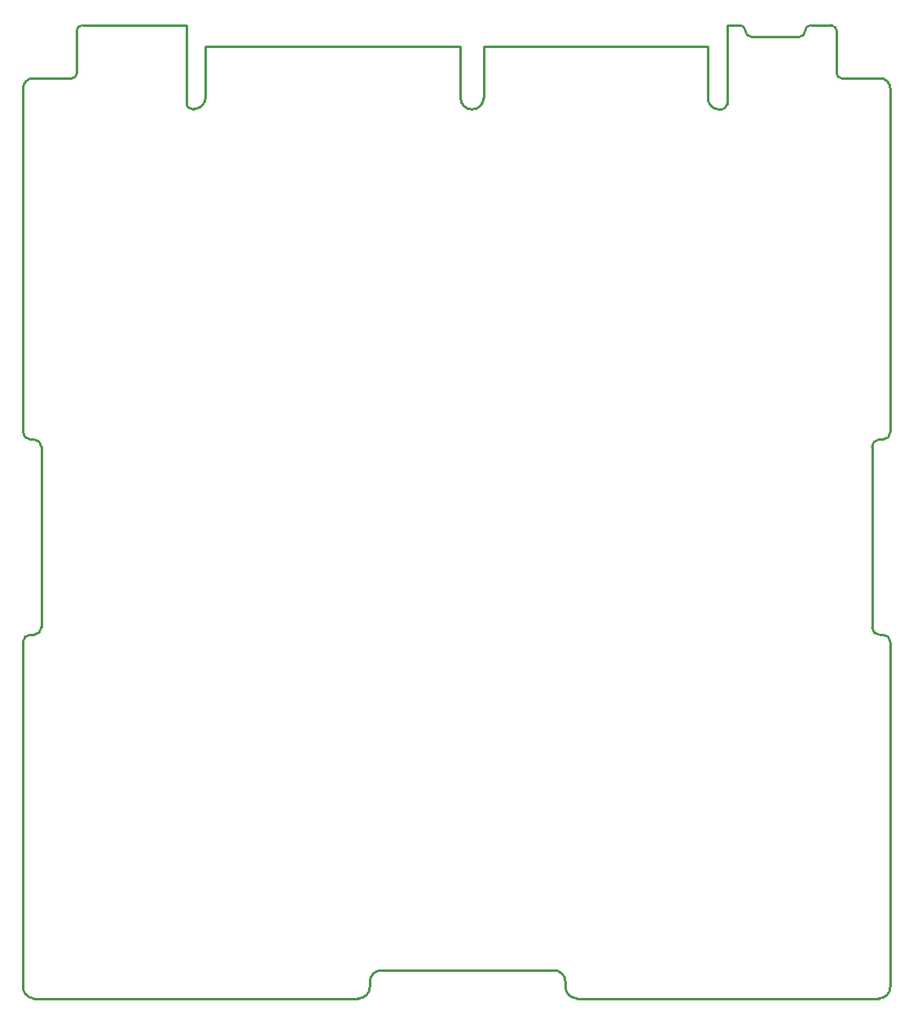
<source format=gm1>
G04 #@! TF.GenerationSoftware,KiCad,Pcbnew,(6.0.5)*
G04 #@! TF.CreationDate,2022-06-17T13:42:06-04:00*
G04 #@! TF.ProjectId,FP Interface Card,46502049-6e74-4657-9266-616365204361,rev?*
G04 #@! TF.SameCoordinates,Original*
G04 #@! TF.FileFunction,Profile,NP*
%FSLAX46Y46*%
G04 Gerber Fmt 4.6, Leading zero omitted, Abs format (unit mm)*
G04 Created by KiCad (PCBNEW (6.0.5)) date 2022-06-17 13:42:06*
%MOMM*%
%LPD*%
G01*
G04 APERTURE LIST*
G04 #@! TA.AperFunction,Profile*
%ADD10C,0.254000*%
G04 #@! TD*
G04 APERTURE END LIST*
D10*
X40150002Y-106498198D02*
G75*
G03*
X40912002Y-107260198I761998J-2D01*
G01*
X113333777Y-66287181D02*
X113333777Y-64205481D01*
X42055002Y-126792798D02*
X42055002Y-108022198D01*
X75024202Y-165350002D02*
G75*
G03*
X76218002Y-164156198I-2J1193802D01*
G01*
X51653814Y-64224163D02*
X56353749Y-64224163D01*
X40912002Y-107260198D02*
X41293002Y-107260198D01*
X129177002Y-107260198D02*
X129558002Y-107260198D01*
X129126202Y-165350002D02*
G75*
G03*
X130320002Y-164156198I-2J1193802D01*
G01*
X41250447Y-69707497D02*
X45250447Y-69707497D01*
X57133767Y-72337133D02*
G75*
G03*
X57708839Y-72912133I574933J-67D01*
G01*
X88033820Y-66387153D02*
X111333822Y-66387153D01*
X122058370Y-64205478D02*
X122765100Y-64205478D01*
X45250447Y-69707503D02*
G75*
G03*
X45733603Y-69224341I-47J483203D01*
G01*
X129558002Y-107260202D02*
G75*
G03*
X130320002Y-106498198I-2J762002D01*
G01*
X112533820Y-72962161D02*
X112758813Y-72962161D01*
X111333839Y-71762171D02*
G75*
G03*
X112533819Y-72962161I1199961J-29D01*
G01*
X129177002Y-107260202D02*
G75*
G03*
X128415002Y-108022198I-2J-761998D01*
G01*
X125217127Y-69707497D02*
X129217124Y-69707497D01*
X76218002Y-164156198D02*
X76218002Y-163622798D01*
X40150002Y-106498198D02*
X40150002Y-70807942D01*
X45733603Y-69224341D02*
X45733786Y-64799170D01*
X57933832Y-72912120D02*
G75*
G03*
X59133820Y-71712142I-32J1200020D01*
G01*
X130320000Y-70810375D02*
G75*
G03*
X129217124Y-69707500I-1102900J-25D01*
G01*
X40912002Y-127554802D02*
G75*
G03*
X40150002Y-128316798I-2J-761998D01*
G01*
X96538002Y-163622798D02*
G75*
G03*
X95344202Y-162428998I-1193802J-2D01*
G01*
X40912002Y-127554798D02*
X41293002Y-127554798D01*
X130320002Y-164156198D02*
X130320002Y-128316798D01*
X124733785Y-69224155D02*
X124733785Y-64774172D01*
X128415002Y-126792798D02*
X128415002Y-108022198D01*
X124733803Y-69224155D02*
G75*
G03*
X125217127Y-69707497I483297J-45D01*
G01*
X57133803Y-66237151D02*
X57133803Y-64224170D01*
X113951660Y-64205478D02*
X114658390Y-64205478D01*
X115258335Y-64805472D02*
G75*
G03*
X115858377Y-65405465I600065J72D01*
G01*
X115858377Y-65405466D02*
X120858383Y-65405466D01*
X40149993Y-164079998D02*
X40150002Y-128316798D01*
X85633830Y-71762154D02*
X85633830Y-66387163D01*
X96538002Y-164156198D02*
G75*
G03*
X97731802Y-165349998I1193798J-2D01*
G01*
X97731802Y-165349998D02*
X129126202Y-165349998D01*
X129177002Y-127554798D02*
X129558002Y-127554798D01*
X59133820Y-66387150D02*
X85633820Y-66387153D01*
X112758813Y-72962113D02*
G75*
G03*
X113333813Y-72387164I87J574913D01*
G01*
X122765107Y-64205481D02*
X124165094Y-64205481D01*
X77411802Y-162428998D02*
X95344202Y-162428998D01*
X41293002Y-127554802D02*
G75*
G03*
X42055002Y-126792798I-2J762002D01*
G01*
X128415002Y-126792798D02*
G75*
G03*
X129177002Y-127554798I761998J-2D01*
G01*
X120858383Y-65405477D02*
G75*
G03*
X121458377Y-64805472I17J599977D01*
G01*
X88033810Y-71762154D02*
X88033810Y-66387163D01*
X113333813Y-72387161D02*
X113333813Y-66287163D01*
X57133839Y-72337131D02*
X57133839Y-66237133D01*
X115258322Y-64805472D02*
G75*
G03*
X114658390Y-64205478I-599922J72D01*
G01*
X57708839Y-72912131D02*
X57933832Y-72912131D01*
X46308798Y-64224158D02*
X51653807Y-64224158D01*
X41250447Y-69707502D02*
G75*
G03*
X40150002Y-70807942I-47J-1100398D01*
G01*
X96538002Y-164156198D02*
X96538002Y-163622798D01*
X42055002Y-108022198D02*
G75*
G03*
X41293002Y-107260198I-762002J-2D01*
G01*
X113333777Y-64205481D02*
X113951668Y-64205481D01*
X77411802Y-162429002D02*
G75*
G03*
X76218002Y-163622798I-2J-1193798D01*
G01*
X46308798Y-64224186D02*
G75*
G03*
X45733786Y-64799170I2J-575014D01*
G01*
X41267602Y-165349995D02*
X75024202Y-165349998D01*
X40150003Y-164079998D02*
G75*
G03*
X41267602Y-165349998I1193797J-76202D01*
G01*
X85633790Y-71762154D02*
G75*
G03*
X88033810Y-71762170I1200010J-46D01*
G01*
X56353754Y-64224170D02*
X57133803Y-64224170D01*
X122058370Y-64205476D02*
G75*
G03*
X121458376Y-64805472I30J-600024D01*
G01*
X130320002Y-128316798D02*
G75*
G03*
X129558002Y-127554798I-762002J-2D01*
G01*
X59133820Y-71712123D02*
X59133820Y-66387153D01*
X111333832Y-71762154D02*
X111333832Y-66387163D01*
X124733719Y-64774172D02*
G75*
G03*
X124165094Y-64205481I-568619J72D01*
G01*
X130320002Y-106498198D02*
X130320002Y-70810375D01*
M02*

</source>
